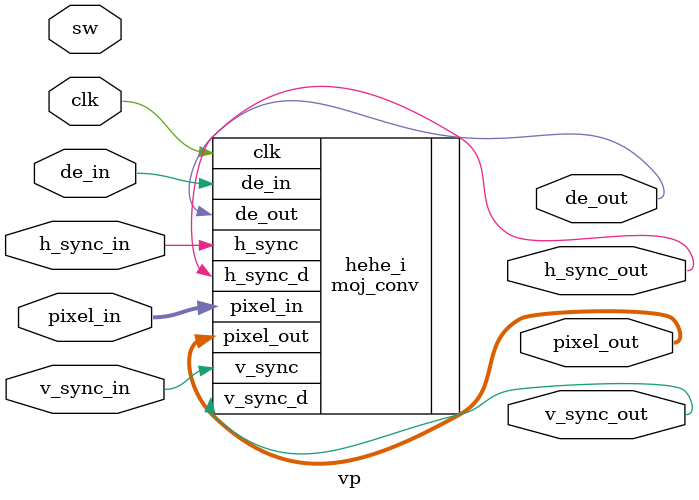
<source format=v>
`timescale 1ns / 1ps


module vp(
    input clk,
    input de_in,
    input h_sync_in,
    input v_sync_in,
    input [23:0]pixel_in,
    input sw,
    
    output de_out,
    output h_sync_out,
    output v_sync_out,
    output [23:0]pixel_out
    );
    
//reg r_de = 0;
//reg r_hsync = 0;
//reg r_vsync = 0;

//always @(posedge clk)
//begin
//    r_de <= de_in;
//    r_hsync <= h_sync_in;
//    r_vsync <= v_sync_in;
//end

//LUT r_lut (.a(pixel_in[23:16]), .clk(clk), .qspo(pixel_out[23:16]));
//LUT g_lut (.a(pixel_in[15:8]), .clk(clk), .qspo(pixel_out[15:8]));
//LUT b_lut (.a(pixel_in[7:0]), .clk(clk), .qspo(pixel_out[7:0]));

//assign de_out = r_de;
//assign h_sync_out = r_hsync;
//assign v_sync_out = r_vsync;

moj_conv hehe_i
(.clk(clk), 
.de_in(de_in), 
.v_sync(v_sync_in), 
.h_sync(h_sync_in), 
.pixel_in(pixel_in),
.de_out(de_out), 
.v_sync_d(v_sync_out), 
.h_sync_d(h_sync_out), 
.pixel_out(pixel_out));

endmodule

</source>
